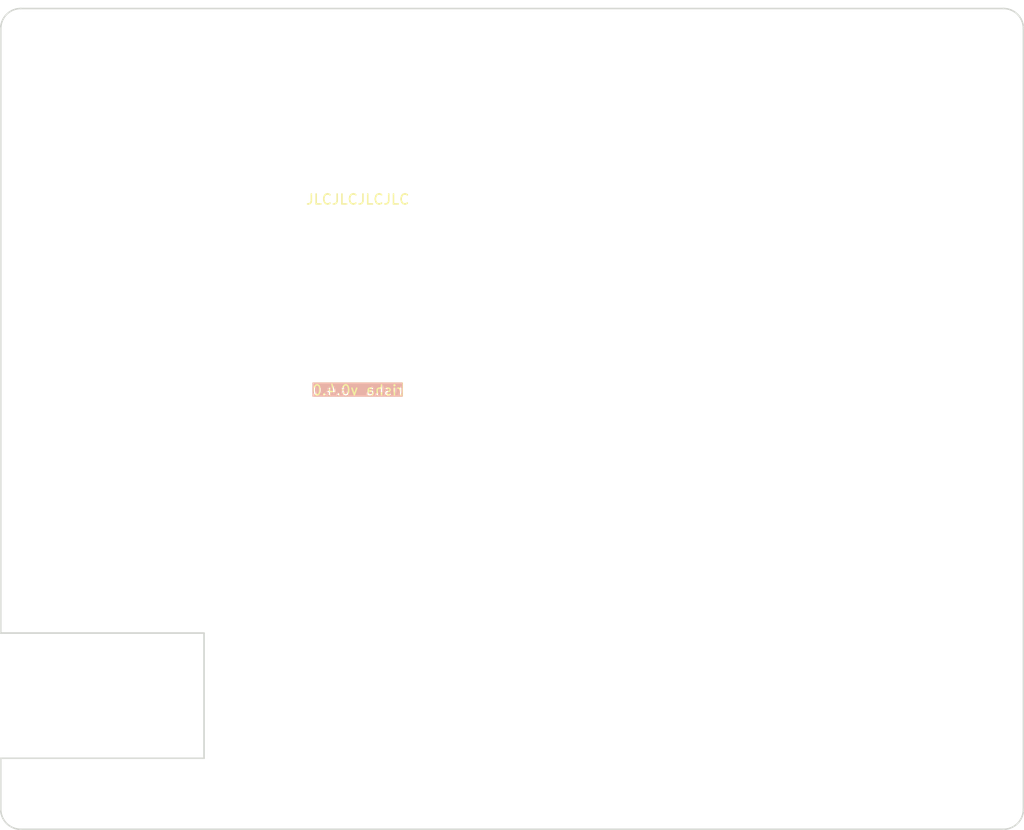
<source format=kicad_pcb>


(kicad_pcb (version 20171130) (host pcbnew 5.1.6)

  (page A4)
  (title_block
    (title "risha")
    (rev "v1.0.0")
    (company "Unknown")
  )

  (general
    (thickness 1.6)
  )

  (layers
    (0 F.Cu signal)
    (31 B.Cu signal)
    (32 B.Adhes user)
    (33 F.Adhes user)
    (34 B.Paste user)
    (35 F.Paste user)
    (36 B.SilkS user)
    (37 F.SilkS user)
    (38 B.Mask user)
    (39 F.Mask user)
    (40 Dwgs.User user)
    (41 Cmts.User user)
    (42 Eco1.User user)
    (43 Eco2.User user)
    (44 Edge.Cuts user)
    (45 Margin user)
    (46 B.CrtYd user)
    (47 F.CrtYd user)
    (48 B.Fab user)
    (49 F.Fab user)
  )

  (setup
    (last_trace_width 0.25)
    (trace_clearance 0.2)
    (zone_clearance 0.508)
    (zone_45_only no)
    (trace_min 0.2)
    (via_size 0.8)
    (via_drill 0.4)
    (via_min_size 0.4)
    (via_min_drill 0.3)
    (uvia_size 0.3)
    (uvia_drill 0.1)
    (uvias_allowed no)
    (uvia_min_size 0.2)
    (uvia_min_drill 0.1)
    (edge_width 0.05)
    (segment_width 0.2)
    (pcb_text_width 0.3)
    (pcb_text_size 1.5 1.5)
    (mod_edge_width 0.12)
    (mod_text_size 1 1)
    (mod_text_width 0.15)
    (pad_size 1.524 1.524)
    (pad_drill 0.762)
    (pad_to_mask_clearance 0.05)
    (aux_axis_origin 0 0)
    (visible_elements FFFFFF7F)
    (pcbplotparams
      (layerselection 0x010fc_ffffffff)
      (usegerberextensions false)
      (usegerberattributes true)
      (usegerberadvancedattributes true)
      (creategerberjobfile true)
      (excludeedgelayer true)
      (linewidth 0.100000)
      (plotframeref false)
      (viasonmask false)
      (mode 1)
      (useauxorigin false)
      (hpglpennumber 1)
      (hpglpenspeed 20)
      (hpglpendiameter 15.000000)
      (psnegative false)
      (psa4output false)
      (plotreference true)
      (plotvalue true)
      (plotinvisibletext false)
      (padsonsilk false)
      (subtractmaskfromsilk false)
      (outputformat 1)
      (mirror false)
      (drillshape 1)
      (scaleselection 1)
      (outputdirectory ""))
  )

  (net 0 "")

  (net_class Default "This is the default net class."
    (clearance 0.2)
    (trace_width 0.25)
    (via_dia 0.8)
    (via_drill 0.4)
    (uvia_dia 0.3)
    (uvia_drill 0.1)
    (add_net "")
  )

  
    
        (module MX_SW_solder (layer F.Cu)

            (at 95.25 95.25 0)
            (fp_text reference "MX1" (at 0 0 0) (layer "F.Fab")
              (effects (font (size 1 1) (thickness 0.15)))
            )
        )
    
        

    
        (module MX_SW_solder (layer F.Cu)

            (at 95.25 76.2 0)
            (fp_text reference "MX2" (at 0 0 0) (layer "F.Fab")
              (effects (font (size 1 1) (thickness 0.15)))
            )
        )
    
        

    
        (module MX_SW_solder (layer F.Cu)

            (at 95.25 57.150000000000006 0)
            (fp_text reference "MX3" (at 0 0 0) (layer "F.Fab")
              (effects (font (size 1 1) (thickness 0.15)))
            )
        )
    
        

    
        (module MX_SW_solder (layer F.Cu)

            (at 114.3 95.25 0)
            (fp_text reference "MX4" (at 0 0 0) (layer "F.Fab")
              (effects (font (size 1 1) (thickness 0.15)))
            )
        )
    
        

    
        (module MX_SW_solder (layer F.Cu)

            (at 114.3 76.2 0)
            (fp_text reference "MX5" (at 0 0 0) (layer "F.Fab")
              (effects (font (size 1 1) (thickness 0.15)))
            )
        )
    
        

    
        (module MX_SW_solder (layer F.Cu)

            (at 114.3 57.150000000000006 0)
            (fp_text reference "MX6" (at 0 0 0) (layer "F.Fab")
              (effects (font (size 1 1) (thickness 0.15)))
            )
        )
    
        

    
        (module MX_SW_solder (layer F.Cu)

            (at 133.35 95.25 0)
            (fp_text reference "MX7" (at 0 0 0) (layer "F.Fab")
              (effects (font (size 1 1) (thickness 0.15)))
            )
        )
    
        

    
        (module MX_SW_solder (layer F.Cu)

            (at 133.35 76.2 0)
            (fp_text reference "MX8" (at 0 0 0) (layer "F.Fab")
              (effects (font (size 1 1) (thickness 0.15)))
            )
        )
    
        

    
        (module MX_SW_solder (layer F.Cu)

            (at 133.35 57.150000000000006 0)
            (fp_text reference "MX9" (at 0 0 0) (layer "F.Fab")
              (effects (font (size 1 1) (thickness 0.15)))
            )
        )
    
        

    
        (module MX_SW_solder (layer F.Cu)

            (at 152.4 95.25 0)
            (fp_text reference "MX10" (at 0 0 0) (layer "F.Fab")
              (effects (font (size 1 1) (thickness 0.15)))
            )
        )
    
        

    
        (module MX_SW_solder (layer F.Cu)

            (at 152.4 76.2 0)
            (fp_text reference "MX11" (at 0 0 0) (layer "F.Fab")
              (effects (font (size 1 1) (thickness 0.15)))
            )
        )
    
        

    
        (module MX_SW_solder (layer F.Cu)

            (at 152.4 57.150000000000006 0)
            (fp_text reference "MX12" (at 0 0 0) (layer "F.Fab")
              (effects (font (size 1 1) (thickness 0.15)))
            )
        )
    
        

    
        (module MX_SW_solder (layer F.Cu)

            (at 171.45 95.25 0)
            (fp_text reference "MX13" (at 0 0 0) (layer "F.Fab")
              (effects (font (size 1 1) (thickness 0.15)))
            )
        )
    
        

    
        (module MX_SW_solder (layer F.Cu)

            (at 171.45 76.2 0)
            (fp_text reference "MX14" (at 0 0 0) (layer "F.Fab")
              (effects (font (size 1 1) (thickness 0.15)))
            )
        )
    
        

    
        (module MX_SW_solder (layer F.Cu)

            (at 171.45 57.150000000000006 0)
            (fp_text reference "MX15" (at 0 0 0) (layer "F.Fab")
              (effects (font (size 1 1) (thickness 0.15)))
            )
        )
    
        

    
        (module MX_SW_solder (layer F.Cu)

            (at 164.15 120.015 0)
            (fp_text reference "MX16" (at 0 0 0) (layer "F.Fab")
              (effects (font (size 1 1) (thickness 0.15)))
            )
        )
    
        

    
        (module MX_SW_solder (layer F.Cu)

            (at 183.20000000000002 120.015 0)
            (fp_text reference "MX17" (at 0 0 0) (layer "F.Fab")
              (effects (font (size 1 1) (thickness 0.15)))
            )
        )
    
        

    
        (module RP2040-Matrix (layer F.Cu)

            (at 99.75 116.205 90)
            (fp_text reference "U1" (at 0 0 0) (layer "F.Fab")
              (effects (font (size 1 1) (thickness 0.15)))
            )
        )
    
        

    
        (module PJ-320A (layer F.Cu)

            (at 187.64249999999998 47.62500000000001 270)
            (fp_text reference "J1" (at 0 0 0) (layer "F.Fab")
              (effects (font (size 1 1) (thickness 0.15)))
            )
        )
    
        

            (gr_text "JLCJLCJLCJLC" (at 123.825 66.675 0) (layer F.SilkS)
                (effects (font (size 1 1) (thickness 0.15)) )
            )
        

            (gr_text "risha v0.4.0" (at 123.825 85.725 0) (layer F.SilkS knockout)
                (effects (font (size 1 1) (thickness 0.15)) )
            )
        

            (gr_text "risha v0.4.0" (at 123.825 85.725 0) (layer B.SilkS knockout)
                (effects (font (size 1 1) (thickness 0.15)) (justify mirror))
            )
        
  (gr_line (start 88.225 127.53999999999999) (end 88.225 122.455) (angle 90) (layer Edge.Cuts) (width 0.15))
(gr_line (start 88.225 109.955) (end 88.225 49.62500000000001) (angle 90) (layer Edge.Cuts) (width 0.15))
(gr_line (start 90.225 47.62500000000001) (end 188.225 47.62500000000001) (angle 90) (layer Edge.Cuts) (width 0.15))
(gr_line (start 190.225 49.62500000000001) (end 190.225 127.53999999999999) (angle 90) (layer Edge.Cuts) (width 0.15))
(gr_line (start 188.225 129.54) (end 90.225 129.54) (angle 90) (layer Edge.Cuts) (width 0.15))
(gr_arc (start 90.225 49.62500000000001) (end 90.225 47.62500000000001) (angle -90) (layer Edge.Cuts) (width 0.15))
(gr_arc (start 188.225 49.62500000000001) (end 190.225 49.62500000000001) (angle -90) (layer Edge.Cuts) (width 0.15))
(gr_arc (start 188.225 127.53999999999999) (end 188.225 129.54) (angle -90) (layer Edge.Cuts) (width 0.15))
(gr_arc (start 90.225 127.53999999999999) (end 88.225 127.53999999999999) (angle -90) (layer Edge.Cuts) (width 0.15))
(gr_line (start 88.225 122.455) (end 108.5 122.455) (angle 90) (layer Edge.Cuts) (width 0.15))
(gr_line (start 108.5 122.455) (end 108.5 109.955) (angle 90) (layer Edge.Cuts) (width 0.15))
(gr_line (start 108.5 109.955) (end 88.225 109.955) (angle 90) (layer Edge.Cuts) (width 0.15))

)


</source>
